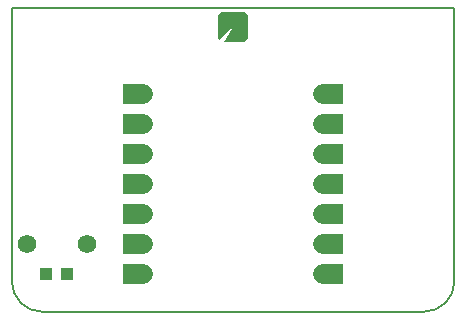
<source format=gbr>
G04 DesignSpark PCB Gerber Version 11.0 Build 5877*
G04 #@! TF.Part,Single*
G04 #@! TF.FileFunction,Soldermask,Top*
G04 #@! TF.FilePolarity,Negative*
%FSLAX35Y35*%
%MOIN*%
G04 #@! TA.AperFunction,ComponentPad*
%AMT78*0 Offset Bullet Pad at angle 90*4,1,35,0.06793,-0.03250,0.06793,0.03250,0.00001,0.03250,-0.00319,0.03234,-0.00634,0.03187,-0.00943,0.03109,-0.01244,0.03002,-0.01532,0.02866,-0.01806,0.02702,-0.02062,0.02512,-0.02298,0.02298,-0.02512,0.02061,-0.02702,0.01805,-0.02866,0.01531,-0.03002,0.01243,-0.03109,0.00943,-0.03187,0.00633,-0.03234,0.00318,-0.03250,-0.00000,-0.03234,-0.00319,-0.03187,-0.00634,-0.03109,-0.00944,-0.03002,-0.01244,-0.02866,-0.01532,-0.02702,-0.01806,-0.02511,-0.02062,-0.02297,-0.02298,-0.02061,-0.02513,-0.01805,-0.02702,-0.01531,-0.02866,-0.01243,-0.03002,-0.00943,-0.03110,-0.00633,-0.03187,-0.00318,-0.03234,0.00001,-0.03250,0.06793,-0.03250,0*%
%ADD78T78*%
G04 #@! TD.AperFunction*
%ADD12C,0.00500*%
G04 #@! TA.AperFunction,SMDPad,CuDef*
%ADD79R,0.04491X0.04137*%
G04 #@! TA.AperFunction,ComponentPad*
%ADD168C,0.06200*%
G04 #@! TA.AperFunction,SMDPad,CuDef*
%AMT116*0 Rounded Rectangle Pad at angle 0*4,1,56,-0.02993,-0.05021,0.02993,-0.05021,0.03238,-0.05006,0.03479,-0.04962,0.03713,-0.04889,0.03936,-0.04789,0.04145,-0.04662,0.04338,-0.04511,0.04511,-0.04338,0.04663,-0.04145,0.04789,-0.03935,0.04890,-0.03712,0.04963,-0.03478,0.05007,-0.03237,0.05021,-0.02993,0.05021,0.02993,0.05006,0.03238,0.04962,0.03479,0.04889,0.03713,0.04789,0.03936,0.04662,0.04145,0.04511,0.04338,0.04338,0.04511,0.04145,0.04663,0.03935,0.04789,0.03712,0.04890,0.03478,0.04963,0.03237,0.05007,0.02993,0.05021,-0.02993,0.05021,-0.03238,0.05006,-0.03479,0.04962,-0.03713,0.04889,-0.03936,0.04789,-0.04145,0.04662,-0.04338,0.04511,-0.04511,0.04338,-0.04663,0.04145,-0.04789,0.03935,-0.04890,0.03712,-0.04963,0.03478,-0.05007,0.03237,-0.05021,0.02993,-0.05021,-0.02993,-0.05006,-0.03238,-0.04962,-0.03479,-0.04889,-0.03713,-0.04789,-0.03936,-0.04662,-0.04145,-0.04511,-0.04338,-0.04338,-0.04511,-0.04145,-0.04663,-0.03935,-0.04789,-0.03712,-0.04890,-0.03478,-0.04963,-0.03237,-0.05007,-0.02993,-0.05021,0*%
%ADD116T116*%
G04 #@! TA.AperFunction,ComponentPad*
%AMT77*0 Offset Bullet Pad at angle 270*4,1,35,-0.06793,0.03250,-0.06793,-0.03250,0.00001,-0.03250,0.00319,-0.03234,0.00634,-0.03187,0.00943,-0.03109,0.01244,-0.03002,0.01532,-0.02866,0.01806,-0.02702,0.02062,-0.02512,0.02298,-0.02298,0.02512,-0.02061,0.02702,-0.01805,0.02866,-0.01531,0.03002,-0.01243,0.03109,-0.00943,0.03187,-0.00633,0.03234,-0.00318,0.03250,0.00000,0.03234,0.00319,0.03187,0.00634,0.03109,0.00944,0.03002,0.01244,0.02866,0.01532,0.02702,0.01806,0.02511,0.02062,0.02297,0.02298,0.02061,0.02513,0.01805,0.02702,0.01531,0.02866,0.01243,0.03002,0.00943,0.03110,0.00633,0.03187,0.00318,0.03234,0.00001,0.03250,-0.06793,0.03250,0*%
%ADD77T77*%
G04 #@! TD.AperFunction*
X0Y0D02*
D02*
D12*
X56348Y32598D02*
G75*
G02*
X46348Y42598I0J10000D01*
G01*
Y133848D01*
X193848D01*
Y42598D01*
G75*
G02*
X183848Y32598I-10000J0D01*
G01*
X56348D01*
D02*
D77*
X90098Y45098D03*
Y55098D03*
Y65098D03*
Y75098D03*
Y85098D03*
Y95098D03*
Y105098D03*
D02*
D78*
X150098Y45098D03*
Y55098D03*
Y65098D03*
Y75098D03*
Y85098D03*
Y95098D03*
Y105098D03*
D02*
D79*
X57848Y45098D03*
X64848D03*
D02*
D116*
X120097Y127472D03*
D02*
D168*
X51348Y55098D03*
X71348D03*
X0Y0D02*
M02*

</source>
